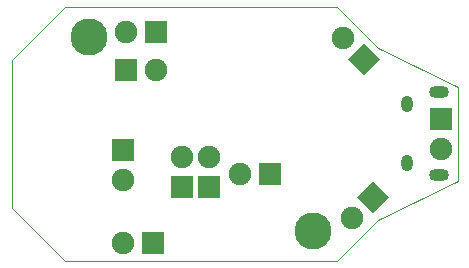
<source format=gbs>
G04 #@! TF.FileFunction,Soldermask,Bot*
%FSLAX46Y46*%
G04 Gerber Fmt 4.6, Leading zero omitted, Abs format (unit mm)*
G04 Created by KiCad (PCBNEW 4.0.4+e1-6308~48~ubuntu16.04.1-stable) date Tue Sep 13 21:39:42 2016*
%MOMM*%
%LPD*%
G01*
G04 APERTURE LIST*
%ADD10C,0.150000*%
%ADD11C,0.100000*%
%ADD12C,3.137160*%
%ADD13O,1.697160X1.037160*%
%ADD14O,0.987160X1.387160*%
%ADD15R,1.915160X1.915160*%
%ADD16C,1.915160*%
G04 APERTURE END LIST*
D10*
D11*
X72944000Y-70676000D02*
X49944000Y-70676000D01*
X72944000Y-49176000D02*
X49944000Y-49176000D01*
X49944000Y-70676000D02*
X45444000Y-66176000D01*
X45444000Y-53676000D02*
X49944000Y-49176000D01*
X83194000Y-63926000D02*
X76444000Y-67176000D01*
X83194000Y-55926000D02*
X83194000Y-63926000D01*
X76444000Y-52676000D02*
X83194000Y-55926000D01*
X45444000Y-53676000D02*
X45444000Y-66176000D01*
X72944000Y-49176000D02*
X76444000Y-52676000D01*
X72944000Y-70676000D02*
X76444000Y-67176000D01*
D12*
X51944000Y-51676000D03*
X70944000Y-68176000D03*
D13*
X81640680Y-56403360D03*
X81640680Y-63403360D03*
D14*
X78940680Y-57403360D03*
X78940680Y-62403360D03*
D15*
X57391300Y-69189600D03*
D16*
X54851300Y-69189600D03*
D10*
G36*
X76638689Y-53582706D02*
X75284466Y-54936929D01*
X73930243Y-53582706D01*
X75284466Y-52228483D01*
X76638689Y-53582706D01*
X76638689Y-53582706D01*
G37*
D16*
X73488414Y-51786654D03*
D10*
G36*
X76056626Y-63881731D02*
X77410849Y-65235954D01*
X76056626Y-66590177D01*
X74702403Y-65235954D01*
X76056626Y-63881731D01*
X76056626Y-63881731D01*
G37*
D16*
X74260574Y-67032006D03*
D15*
X57617360Y-51280060D03*
D16*
X55077360Y-51280060D03*
D15*
X81780380Y-58661300D03*
D16*
X81780380Y-61201300D03*
D15*
X59822080Y-64432180D03*
D16*
X59822080Y-61892180D03*
D15*
X62181740Y-64391540D03*
D16*
X62181740Y-61851540D03*
D15*
X55123080Y-54503320D03*
D16*
X57663080Y-54503320D03*
D15*
X67276980Y-63279020D03*
D16*
X64736980Y-63279020D03*
D15*
X54823360Y-61244481D03*
D16*
X54823360Y-63784481D03*
M02*

</source>
